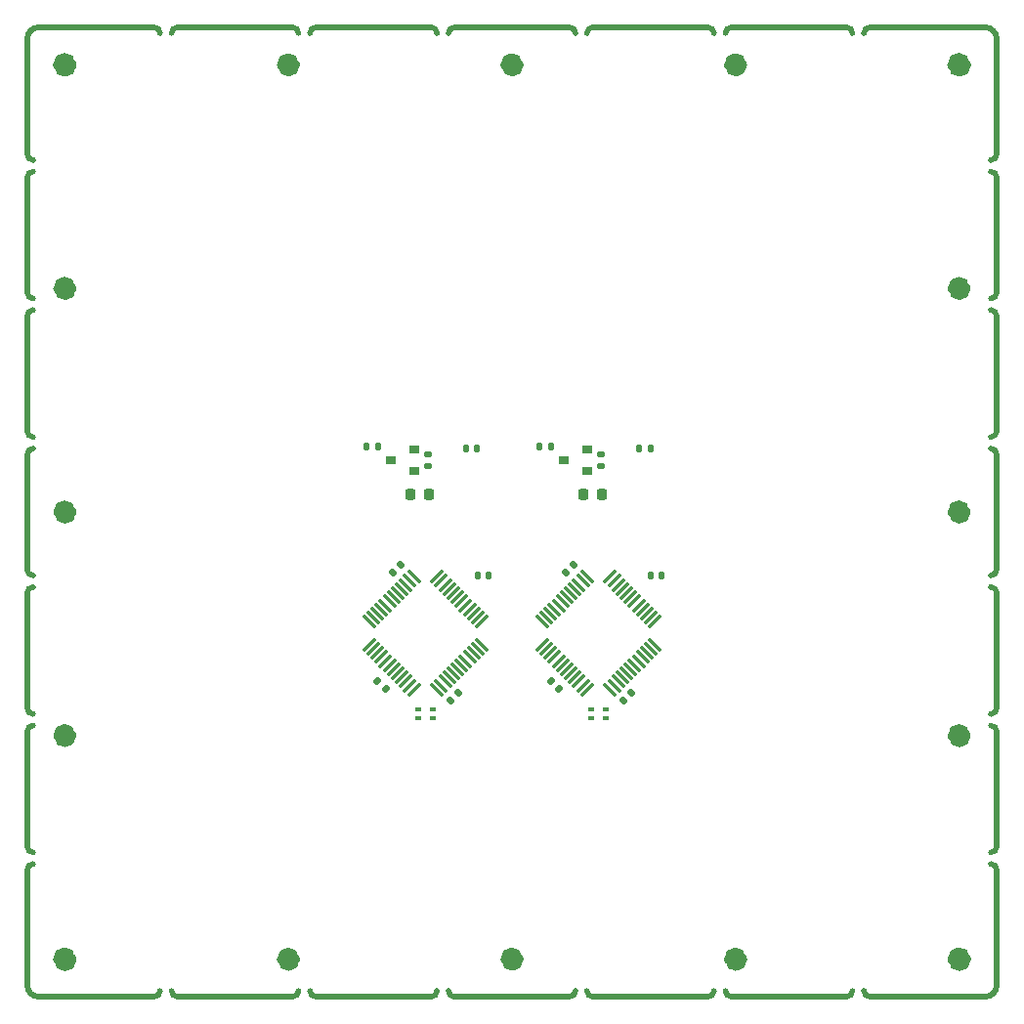
<source format=gbp>
G04 #@! TF.GenerationSoftware,KiCad,Pcbnew,(6.0.2)*
G04 #@! TF.CreationDate,2022-03-05T21:26:04+01:00*
G04 #@! TF.ProjectId,stencil,7374656e-6369-46c2-9e6b-696361645f70,rev?*
G04 #@! TF.SameCoordinates,Original*
G04 #@! TF.FileFunction,Paste,Bot*
G04 #@! TF.FilePolarity,Positive*
%FSLAX46Y46*%
G04 Gerber Fmt 4.6, Leading zero omitted, Abs format (unit mm)*
G04 Created by KiCad (PCBNEW (6.0.2)) date 2022-03-05 21:26:04*
%MOMM*%
%LPD*%
G01*
G04 APERTURE LIST*
G04 Aperture macros list*
%AMRoundRect*
0 Rectangle with rounded corners*
0 $1 Rounding radius*
0 $2 $3 $4 $5 $6 $7 $8 $9 X,Y pos of 4 corners*
0 Add a 4 corners polygon primitive as box body*
4,1,4,$2,$3,$4,$5,$6,$7,$8,$9,$2,$3,0*
0 Add four circle primitives for the rounded corners*
1,1,$1+$1,$2,$3*
1,1,$1+$1,$4,$5*
1,1,$1+$1,$6,$7*
1,1,$1+$1,$8,$9*
0 Add four rect primitives between the rounded corners*
20,1,$1+$1,$2,$3,$4,$5,0*
20,1,$1+$1,$4,$5,$6,$7,0*
20,1,$1+$1,$6,$7,$8,$9,0*
20,1,$1+$1,$8,$9,$2,$3,0*%
G04 Aperture macros list end*
%ADD10C,0.500000*%
%ADD11C,1.050000*%
%ADD12C,1.000000*%
%ADD13R,0.600000X0.400000*%
%ADD14RoundRect,0.147500X0.147500X0.172500X-0.147500X0.172500X-0.147500X-0.172500X0.147500X-0.172500X0*%
%ADD15RoundRect,0.147500X-0.147500X-0.172500X0.147500X-0.172500X0.147500X0.172500X-0.147500X0.172500X0*%
%ADD16RoundRect,0.075000X-0.415425X-0.521491X0.521491X0.415425X0.415425X0.521491X-0.521491X-0.415425X0*%
%ADD17RoundRect,0.075000X0.415425X-0.521491X0.521491X-0.415425X-0.415425X0.521491X-0.521491X0.415425X0*%
%ADD18R,0.900000X0.800000*%
%ADD19RoundRect,0.147500X0.172500X-0.147500X0.172500X0.147500X-0.172500X0.147500X-0.172500X-0.147500X0*%
%ADD20RoundRect,0.147500X0.017678X-0.226274X0.226274X-0.017678X-0.017678X0.226274X-0.226274X0.017678X0*%
%ADD21RoundRect,0.147500X-0.017678X0.226274X-0.226274X0.017678X0.017678X-0.226274X0.226274X-0.017678X0*%
%ADD22RoundRect,0.147500X-0.226274X-0.017678X-0.017678X-0.226274X0.226274X0.017678X0.017678X0.226274X0*%
%ADD23RoundRect,0.218750X-0.218750X-0.256250X0.218750X-0.256250X0.218750X0.256250X-0.218750X0.256250X0*%
G04 APERTURE END LIST*
D10*
X105500109Y-27500031D02*
X105500109Y-37500031D01*
X94000109Y-110000031D02*
G75*
G03*
X94500109Y-110500031I500001J1D01*
G01*
X21500109Y-61500031D02*
G75*
G03*
X22000109Y-62000031I500001J1D01*
G01*
X105000109Y-62000031D02*
G75*
G03*
X105500109Y-61500031I-1J500001D01*
G01*
X22000109Y-39000031D02*
G75*
G03*
X21500109Y-39500031I1J-500001D01*
G01*
X22000109Y-75000031D02*
G75*
G03*
X21500109Y-75500031I1J-500001D01*
G01*
D11*
X25275109Y-107250031D02*
G75*
G03*
X25275109Y-107250031I-525000J0D01*
G01*
D10*
X82000109Y-110000031D02*
G75*
G03*
X82500109Y-110500031I500001J1D01*
G01*
X105500109Y-51500031D02*
X105500109Y-61500031D01*
X105500109Y-75500031D02*
G75*
G03*
X105000109Y-75000031I-500001J-1D01*
G01*
X21500109Y-63500031D02*
X21500109Y-73500031D01*
X105500109Y-87500031D02*
X105500109Y-97500031D01*
X105500109Y-75500031D02*
X105500109Y-85500031D01*
X21500109Y-99500031D02*
X21500109Y-109500031D01*
D11*
X102775109Y-29750031D02*
G75*
G03*
X102775109Y-29750031I-525000J0D01*
G01*
D10*
X22500109Y-26500031D02*
X32500109Y-26500031D01*
X21500109Y-49500031D02*
G75*
G03*
X22000109Y-50000031I500001J1D01*
G01*
X94500109Y-110500031D02*
X104500109Y-110500031D01*
X45000109Y-27000031D02*
G75*
G03*
X44500109Y-26500031I-500001J-1D01*
G01*
X32500109Y-110500031D02*
G75*
G03*
X33000109Y-110000031I-1J500001D01*
G01*
X80500109Y-110500031D02*
G75*
G03*
X81000109Y-110000031I-1J500001D01*
G01*
X21500109Y-51500031D02*
X21500109Y-61500031D01*
D11*
X25275109Y-29750031D02*
G75*
G03*
X25275109Y-29750031I-525000J0D01*
G01*
D12*
X102750109Y-87875031D02*
G75*
G03*
X102750109Y-87875031I-500000J0D01*
G01*
D10*
X105500109Y-39500031D02*
X105500109Y-49500031D01*
X46500109Y-26500031D02*
G75*
G03*
X46000109Y-27000031I1J-500001D01*
G01*
X105500109Y-63500031D02*
X105500109Y-73500031D01*
X34500109Y-26500031D02*
X44500109Y-26500031D01*
X58500109Y-26500031D02*
G75*
G03*
X58000109Y-27000031I1J-500001D01*
G01*
X82500109Y-26500031D02*
G75*
G03*
X82000109Y-27000031I1J-500001D01*
G01*
X105500109Y-99500031D02*
G75*
G03*
X105000109Y-99000031I-500001J-1D01*
G01*
X105500109Y-51500031D02*
G75*
G03*
X105000109Y-51000031I-500001J-1D01*
G01*
X81000109Y-27000031D02*
G75*
G03*
X80500109Y-26500031I-500001J-1D01*
G01*
X57000109Y-27000031D02*
G75*
G03*
X56500109Y-26500031I-500001J-1D01*
G01*
D12*
X44625109Y-107250031D02*
G75*
G03*
X44625109Y-107250031I-500000J0D01*
G01*
D10*
X93000109Y-27000031D02*
G75*
G03*
X92500109Y-26500031I-500001J-1D01*
G01*
X105500109Y-63500031D02*
G75*
G03*
X105000109Y-63000031I-500001J-1D01*
G01*
X105500109Y-39500031D02*
G75*
G03*
X105000109Y-39000031I-500001J-1D01*
G01*
X92500109Y-110500031D02*
G75*
G03*
X93000109Y-110000031I-1J500001D01*
G01*
X105500109Y-87500031D02*
G75*
G03*
X105000109Y-87000031I-500001J-1D01*
G01*
X82500109Y-110500031D02*
X92500109Y-110500031D01*
X46500109Y-26500031D02*
X56500109Y-26500031D01*
X105500109Y-27500031D02*
G75*
G03*
X104500109Y-26500031I-999999J1D01*
G01*
X21500109Y-27500031D02*
X21500109Y-37500031D01*
D12*
X25250109Y-49125031D02*
G75*
G03*
X25250109Y-49125031I-500000J0D01*
G01*
D10*
X104500109Y-110500031D02*
G75*
G03*
X105500109Y-109500031I1J999999D01*
G01*
X94500109Y-26500031D02*
X104500109Y-26500031D01*
X105500109Y-99500031D02*
X105500109Y-109500031D01*
X58000109Y-110000031D02*
G75*
G03*
X58500109Y-110500031I500001J1D01*
G01*
X21500109Y-39500031D02*
X21500109Y-49500031D01*
X33000109Y-27000031D02*
G75*
G03*
X32500109Y-26500031I-500001J-1D01*
G01*
X105000109Y-86000031D02*
G75*
G03*
X105500109Y-85500031I-1J500001D01*
G01*
X44500109Y-110500031D02*
G75*
G03*
X45000109Y-110000031I-1J500001D01*
G01*
D12*
X102750109Y-68500031D02*
G75*
G03*
X102750109Y-68500031I-500000J0D01*
G01*
X64000109Y-107250031D02*
G75*
G03*
X64000109Y-107250031I-500000J0D01*
G01*
D10*
X21500109Y-109500031D02*
G75*
G03*
X22500109Y-110500031I999999J-1D01*
G01*
D12*
X83375109Y-107250031D02*
G75*
G03*
X83375109Y-107250031I-500000J0D01*
G01*
D10*
X82500109Y-26500031D02*
X92500109Y-26500031D01*
X22000109Y-51000031D02*
G75*
G03*
X21500109Y-51500031I1J-500001D01*
G01*
X94500109Y-26500031D02*
G75*
G03*
X94000109Y-27000031I1J-500001D01*
G01*
X105000109Y-98000031D02*
G75*
G03*
X105500109Y-97500031I-1J500001D01*
G01*
X21500109Y-37500031D02*
G75*
G03*
X22000109Y-38000031I500001J1D01*
G01*
X46500109Y-110500031D02*
X56500109Y-110500031D01*
X58500109Y-26500031D02*
X68500109Y-26500031D01*
X70500109Y-26500031D02*
G75*
G03*
X70000109Y-27000031I1J-500001D01*
G01*
D12*
X25250109Y-68500031D02*
G75*
G03*
X25250109Y-68500031I-500000J0D01*
G01*
D10*
X70500109Y-26500031D02*
X80500109Y-26500031D01*
X21500109Y-73500031D02*
G75*
G03*
X22000109Y-74000031I500001J1D01*
G01*
D12*
X102750109Y-49125031D02*
G75*
G03*
X102750109Y-49125031I-500000J0D01*
G01*
D10*
X22000109Y-87000031D02*
G75*
G03*
X21500109Y-87500031I1J-500001D01*
G01*
X22000109Y-63000031D02*
G75*
G03*
X21500109Y-63500031I1J-500001D01*
G01*
X105000109Y-38000031D02*
G75*
G03*
X105500109Y-37500031I-1J500001D01*
G01*
X105000109Y-74000031D02*
G75*
G03*
X105500109Y-73500031I-1J500001D01*
G01*
X21500109Y-87500031D02*
X21500109Y-97500031D01*
X21500109Y-85500031D02*
G75*
G03*
X22000109Y-86000031I500001J1D01*
G01*
D12*
X83375109Y-29750031D02*
G75*
G03*
X83375109Y-29750031I-500000J0D01*
G01*
X64000109Y-29750031D02*
G75*
G03*
X64000109Y-29750031I-500000J0D01*
G01*
D10*
X46000109Y-110000031D02*
G75*
G03*
X46500109Y-110500031I500001J1D01*
G01*
D12*
X44625109Y-29750031D02*
G75*
G03*
X44625109Y-29750031I-500000J0D01*
G01*
D10*
X22000109Y-99000031D02*
G75*
G03*
X21500109Y-99500031I1J-500001D01*
G01*
X56500109Y-110500031D02*
G75*
G03*
X57000109Y-110000031I-1J500001D01*
G01*
X105000109Y-50000031D02*
G75*
G03*
X105500109Y-49500031I-1J500001D01*
G01*
D12*
X25250109Y-87875031D02*
G75*
G03*
X25250109Y-87875031I-500000J0D01*
G01*
D10*
X34500109Y-110500031D02*
X44500109Y-110500031D01*
D11*
X102775109Y-107250031D02*
G75*
G03*
X102775109Y-107250031I-525000J0D01*
G01*
D10*
X68500109Y-110500031D02*
G75*
G03*
X69000109Y-110000031I-1J500001D01*
G01*
X22500109Y-26500031D02*
G75*
G03*
X21500109Y-27500031I-1J-999999D01*
G01*
X70500109Y-110500031D02*
X80500109Y-110500031D01*
X34500109Y-26500031D02*
G75*
G03*
X34000109Y-27000031I1J-500001D01*
G01*
X58500109Y-110500031D02*
X68500109Y-110500031D01*
X21500109Y-75500031D02*
X21500109Y-85500031D01*
X21500109Y-97500031D02*
G75*
G03*
X22000109Y-98000031I500001J1D01*
G01*
X70000109Y-110000031D02*
G75*
G03*
X70500109Y-110500031I500001J1D01*
G01*
X34000109Y-110000031D02*
G75*
G03*
X34500109Y-110500031I500001J1D01*
G01*
X69000109Y-27000031D02*
G75*
G03*
X68500109Y-26500031I-500001J-1D01*
G01*
X22500109Y-110500031D02*
X32500109Y-110500031D01*
D13*
G04 #@! TO.C,D1*
X55350001Y-86400001D03*
X56650001Y-86400001D03*
X56650001Y-85600001D03*
X55350001Y-85600001D03*
G04 #@! TD*
D14*
G04 #@! TO.C,C4*
X61485001Y-74000001D03*
X60515001Y-74000001D03*
G04 #@! TD*
D15*
G04 #@! TO.C,C6*
X50915001Y-62800001D03*
X51885001Y-62800001D03*
G04 #@! TD*
D16*
G04 #@! TO.C,U2*
X55001213Y-83887877D03*
X54647659Y-83534323D03*
X54294106Y-83180770D03*
X53940552Y-82827216D03*
X53586999Y-82473663D03*
X53233446Y-82120110D03*
X52879892Y-81766556D03*
X52526339Y-81413003D03*
X52172786Y-81059450D03*
X51819232Y-80705896D03*
X51465679Y-80352343D03*
X51112125Y-79998789D03*
D17*
X51112125Y-78001213D03*
X51465679Y-77647659D03*
X51819232Y-77294106D03*
X52172786Y-76940552D03*
X52526339Y-76586999D03*
X52879892Y-76233446D03*
X53233446Y-75879892D03*
X53586999Y-75526339D03*
X53940552Y-75172786D03*
X54294106Y-74819232D03*
X54647659Y-74465679D03*
X55001213Y-74112125D03*
D16*
X56998789Y-74112125D03*
X57352343Y-74465679D03*
X57705896Y-74819232D03*
X58059450Y-75172786D03*
X58413003Y-75526339D03*
X58766556Y-75879892D03*
X59120110Y-76233446D03*
X59473663Y-76586999D03*
X59827216Y-76940552D03*
X60180770Y-77294106D03*
X60534323Y-77647659D03*
X60887877Y-78001213D03*
D17*
X60887877Y-79998789D03*
X60534323Y-80352343D03*
X60180770Y-80705896D03*
X59827216Y-81059450D03*
X59473663Y-81413003D03*
X59120110Y-81766556D03*
X58766556Y-82120110D03*
X58413003Y-82473663D03*
X58059450Y-82827216D03*
X57705896Y-83180770D03*
X57352343Y-83534323D03*
X56998789Y-83887877D03*
G04 #@! TD*
D18*
G04 #@! TO.C,U1*
X55000001Y-63050001D03*
X55000001Y-64950001D03*
X53000001Y-64000001D03*
G04 #@! TD*
D15*
G04 #@! TO.C,R1*
X59515001Y-63000001D03*
X60485001Y-63000001D03*
G04 #@! TD*
D19*
G04 #@! TO.C,C7*
X56200001Y-64485001D03*
X56200001Y-63515001D03*
G04 #@! TD*
D20*
G04 #@! TO.C,C5*
X58157054Y-84842948D03*
X58842948Y-84157054D03*
G04 #@! TD*
D21*
G04 #@! TO.C,C3*
X53842948Y-73057054D03*
X53157054Y-73742948D03*
G04 #@! TD*
D22*
G04 #@! TO.C,C2*
X51857054Y-83157054D03*
X52542948Y-83842948D03*
G04 #@! TD*
D23*
G04 #@! TO.C,C1*
X54712501Y-67000001D03*
X56287501Y-67000001D03*
G04 #@! TD*
D13*
G04 #@! TO.C,D1*
X70350018Y-86400001D03*
X71650018Y-86400001D03*
X71650018Y-85600001D03*
X70350018Y-85600001D03*
G04 #@! TD*
D14*
G04 #@! TO.C,C4*
X76485018Y-74000001D03*
X75515018Y-74000001D03*
G04 #@! TD*
D15*
G04 #@! TO.C,C6*
X65915018Y-62800001D03*
X66885018Y-62800001D03*
G04 #@! TD*
D16*
G04 #@! TO.C,U2*
X70001230Y-83887877D03*
X69647676Y-83534323D03*
X69294123Y-83180770D03*
X68940569Y-82827216D03*
X68587016Y-82473663D03*
X68233463Y-82120110D03*
X67879909Y-81766556D03*
X67526356Y-81413003D03*
X67172803Y-81059450D03*
X66819249Y-80705896D03*
X66465696Y-80352343D03*
X66112142Y-79998789D03*
D17*
X66112142Y-78001213D03*
X66465696Y-77647659D03*
X66819249Y-77294106D03*
X67172803Y-76940552D03*
X67526356Y-76586999D03*
X67879909Y-76233446D03*
X68233463Y-75879892D03*
X68587016Y-75526339D03*
X68940569Y-75172786D03*
X69294123Y-74819232D03*
X69647676Y-74465679D03*
X70001230Y-74112125D03*
D16*
X71998806Y-74112125D03*
X72352360Y-74465679D03*
X72705913Y-74819232D03*
X73059467Y-75172786D03*
X73413020Y-75526339D03*
X73766573Y-75879892D03*
X74120127Y-76233446D03*
X74473680Y-76586999D03*
X74827233Y-76940552D03*
X75180787Y-77294106D03*
X75534340Y-77647659D03*
X75887894Y-78001213D03*
D17*
X75887894Y-79998789D03*
X75534340Y-80352343D03*
X75180787Y-80705896D03*
X74827233Y-81059450D03*
X74473680Y-81413003D03*
X74120127Y-81766556D03*
X73766573Y-82120110D03*
X73413020Y-82473663D03*
X73059467Y-82827216D03*
X72705913Y-83180770D03*
X72352360Y-83534323D03*
X71998806Y-83887877D03*
G04 #@! TD*
D18*
G04 #@! TO.C,U1*
X70000018Y-63050001D03*
X70000018Y-64950001D03*
X68000018Y-64000001D03*
G04 #@! TD*
D15*
G04 #@! TO.C,R1*
X74515018Y-63000001D03*
X75485018Y-63000001D03*
G04 #@! TD*
D19*
G04 #@! TO.C,C7*
X71200018Y-64485001D03*
X71200018Y-63515001D03*
G04 #@! TD*
D20*
G04 #@! TO.C,C5*
X73157071Y-84842948D03*
X73842965Y-84157054D03*
G04 #@! TD*
D21*
G04 #@! TO.C,C3*
X68842965Y-73057054D03*
X68157071Y-73742948D03*
G04 #@! TD*
D22*
G04 #@! TO.C,C2*
X66857071Y-83157054D03*
X67542965Y-83842948D03*
G04 #@! TD*
D23*
G04 #@! TO.C,C1*
X69712518Y-67000001D03*
X71287518Y-67000001D03*
G04 #@! TD*
M02*

</source>
